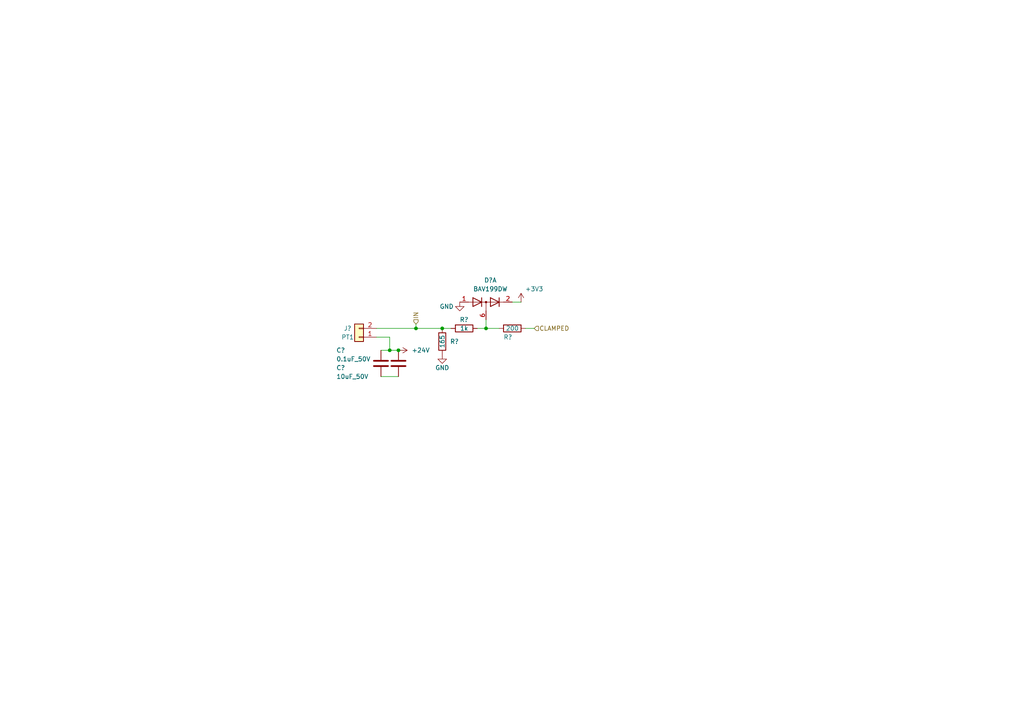
<source format=kicad_sch>
(kicad_sch (version 20231120) (generator "eeschema") (generator_version "8.0")
  (paper "A4")
  (title_block (title "Pressure Transducer Circuitry") (company "Queen's Rocket Engineering Team") (comment 1 "Jeevan Sanchez"))
  (lib_symbols
    (symbol "Connector_Generic:Conn_01x02" (pin_names (offset 1.016) hide)
      (property "Reference" "J" (at 0 2.54 0))
      (property "Value" "Conn_01x02" (at 0 -5.08 0))
      (symbol "Conn_01x02_1_1"
        (rectangle (start -1.27 -2.413) (end 0 -2.667) (stroke (width 0.1524)))
        (rectangle (start -1.27 0.127) (end 0 -0.127) (stroke (width 0.1524)))
        (rectangle (start -1.27 1.27) (end 1.27 -3.81) (stroke (width 0.254)) (fill (type background)))
        (pin passive line (at -5.08 0 0) (length 3.81) (name "Pin_1") (number "1"))
        (pin passive line (at -5.08 -2.54 0) (length 3.81) (name "Pin_2") (number "2"))
      )
    )
    (symbol "Device:C" (pin_numbers hide) (pin_names (offset 0.254))
      (property "Reference" "C" (at 0.635 2.54 0))
      (property "Value" "C" (at 0.635 -2.54 0))
      (symbol "C_0_1"
        (polyline (pts (xy -2.032 -0.762) (xy 2.032 -0.762)) (stroke (width 0.508)))
        (polyline (pts (xy -2.032 0.762) (xy 2.032 0.762)) (stroke (width 0.508)))
      )
      (symbol "C_1_1"
        (pin passive line (at 0 3.81 270) (length 2.794) (name "~") (number "1"))
        (pin passive line (at 0 -3.81 90) (length 2.794) (name "~") (number "2"))
      )
    )
    (symbol "Device:R" (pin_numbers hide) (pin_names (offset 0))
      (property "Reference" "R" (at 2.032 0 90))
      (property "Value" "R" (at 0 0 90))
      (symbol "R_0_1"
        (rectangle (start -1.016 -2.54) (end 1.016 2.54) (stroke (width 0.254)))
      )
      (symbol "R_1_1"
        (pin passive line (at 0 3.81 270) (length 1.27) (name "~") (number "1"))
        (pin passive line (at 0 -3.81 90) (length 1.27) (name "~") (number "2"))
      )
    )
    (symbol "Diode:BAV199DW" (pin_names (offset 0.0254) hide)
      (property "Reference" "D" (at 0 2.54 0))
      (property "Value" "BAV199DW" (at 0 5.08 0))
      (symbol "BAV199DW_0_1"
        (polyline (pts (xy -5.08 0) (xy 5.08 0)))
        (polyline (pts (xy 0 0) (xy 0 -2.54)))
        (polyline (pts (xy -1.27 -1.27) (xy -1.27 1.27) (xy -1.27 1.27)) (stroke (width 0.254)))
        (polyline (pts (xy 3.81 1.27) (xy 3.81 -1.27) (xy 3.81 -1.27)) (stroke (width 0.254)))
        (polyline (pts (xy -3.81 1.27) (xy -1.27 0) (xy -3.81 -1.27) (xy -3.81 1.27) (xy -3.81 1.27) (xy -3.81 1.27)) (stroke (width 0.254)))
        (polyline (pts (xy 1.27 1.27) (xy 3.81 0) (xy 1.27 -1.27) (xy 1.27 1.27) (xy 1.27 1.27) (xy 1.27 1.27)) (stroke (width 0.254)))
        (circle (center 0 0) (radius 0.254) (fill (type outline)))
      )
      (symbol "BAV199DW_1_1"
        (polyline (pts (xy 6.35 0) (xy 7.62 0)))
        (pin passive line (at -7.62 0 0) (length 2.54) (name "A1") (number "1"))
        (pin passive line (at 7.62 0 180) (length 2.54) (name "K2") (number "2"))
        (pin passive line (at 0 -5.08 90) (length 2.54) (name "K3A4") (number "6"))
      )
      (symbol "BAV199DW_2_1"
        (polyline (pts (xy 6.35 0) (xy 7.62 0)))
        (pin passive line (at 0 -5.08 90) (length 2.54) (name "K1A2") (number "3"))
        (pin passive line (at -7.62 0 0) (length 2.54) (name "A3") (number "4"))
        (pin passive line (at 7.62 0 180) (length 2.54) (name "K4") (number "5"))
      )
    )
    (symbol "power:+24V" (power) (pin_numbers hide) (pin_names (offset 0) hide)
      (property "Value" "+24V" (at 0 3.556 0))
      (symbol "+24V_0_1"
        (polyline (pts (xy -0.762 1.27) (xy 0 2.54)))
        (polyline (pts (xy 0 0) (xy 0 2.54)))
        (polyline (pts (xy 0 2.54) (xy 0.762 1.27)))
      )
      (symbol "+24V_1_1"
        (pin power_in line (at 0 0 90) (length 0) (name "~") (number "1"))
      )
    )
    (symbol "power:+3V3" (power) (pin_numbers hide) (pin_names (offset 0) hide)
      (property "Value" "+3V3" (at 0 3.556 0))
      (symbol "+3V3_0_1"
        (polyline (pts (xy -0.762 1.27) (xy 0 2.54)))
        (polyline (pts (xy 0 0) (xy 0 2.54)))
        (polyline (pts (xy 0 2.54) (xy 0.762 1.27)))
      )
      (symbol "+3V3_1_1"
        (pin power_in line (at 0 0 90) (length 0) (name "~") (number "1"))
      )
    )
    (symbol "power:GND" (power) (pin_numbers hide) (pin_names (offset 0) hide)
      (property "Value" "GND" (at 0 -3.81 0))
      (symbol "GND_0_1"
        (polyline (pts (xy 0 0) (xy 0 -1.27) (xy 1.27 -1.27) (xy 0 -2.54) (xy -1.27 -1.27) (xy 0 -1.27)))
      )
      (symbol "GND_1_1"
        (pin power_in line (at 0 0 270) (length 0) (name "~") (number "1"))
      )
    )
  )
  (junction (at 128.27 95.25))
  (junction (at 115.57 101.6))
  (junction (at 140.97 95.25))
  (junction (at 120.65 95.25))
  (junction (at 113.03 101.6))
  (wire (pts (xy 140.97 95.25) (xy 144.78 95.25)))
  (wire (pts (xy 110.49 109.22) (xy 115.57 109.22)))
  (wire (pts (xy 128.27 95.25) (xy 130.81 95.25)))
  (wire (pts (xy 120.65 95.25) (xy 128.27 95.25)))
  (wire (pts (xy 109.22 97.79) (xy 113.03 97.79)))
  (wire (pts (xy 152.4 95.25) (xy 154.94 95.25)))
  (wire (pts (xy 140.97 92.71) (xy 140.97 95.25)))
  (wire (pts (xy 120.65 93.98) (xy 120.65 95.25)))
  (wire (pts (xy 151.13 87.63) (xy 148.59 87.63)))
  (wire (pts (xy 113.03 97.79) (xy 113.03 101.6)))
  (wire (pts (xy 110.49 101.6) (xy 113.03 101.6)))
  (wire (pts (xy 138.43 95.25) (xy 140.97 95.25)))
  (wire (pts (xy 113.03 101.6) (xy 115.57 101.6)))
  (wire (pts (xy 109.22 95.25) (xy 120.65 95.25)))
  (hierarchical_label "CLAMPED" (shape input) (at 154.94 95.25 0))
  (hierarchical_label "IN" (shape input) (at 120.65 93.98 90))
  (symbol (lib_id "Device:R") (at 148.59 95.25 270) (unit 1)
    (property "Reference" "R?" (at 147.32 97.79 90))
    (property "Value" "200" (at 148.59 95.25 90))
    (property "Footprint" "Resistor_SMD:R_0603_1608Metric" (effects (hide yes)))
    (property "Description" "Resistor" (effects (hide yes)))
    (property "LCSC" "C8218" (effects (hide yes)))
  )
  (symbol (lib_id "Connector_Generic:Conn_01x02") (at 104.14 97.79 180) (unit 1)
    (property "Reference" "J?" (at 100.838 95.25 0))
    (property "Value" "PT1" (at 100.838 97.79 0))
    (property "Footprint" "CONNS:CONN02_530470260_MOL" (effects (hide yes)))
    (property "Datasheet" "${KIPRJMOD}/../../Datasheets/CONN-530470460.pdf" (effects (hide yes)))
    (property "Description" "Pressure Transducer" (effects (hide yes)))
    (property "Digikey" "900-0530470260-ND" (effects (hide yes)))
  )
  (symbol (lib_id "power:+3V3") (at 151.13 87.63 0) (unit 1)
    (property "Reference" "#PWR?" (effects (hide yes)))
    (property "Value" "+3V3" (at 154.94 83.82 0))
    (property "Description" "Power symbol creates a global label with name \"+3V3\"" (effects (hide yes)))
  )
  (symbol (lib_id "Device:R") (at 134.62 95.25 90) (unit 1)
    (property "Reference" "R?" (at 134.62 92.71 90))
    (property "Value" "1k" (at 134.62 95.25 90))
    (property "Footprint" "Resistor_SMD:R_1206_3216Metric_Pad1.30x1.75mm_HandSolder" (effects (hide yes)))
    (property "Description" "Resistor" (effects (hide yes)))
    (property "LCSC" "C4410" (effects (hide yes)))
  )
  (symbol (lib_id "power:GND") (at 128.27 102.87 0) (unit 1)
    (property "Reference" "#PWR?" (effects (hide yes)))
    (property "Value" "GND" (at 128.27 106.68 0))
    (property "Datasheet" "https://www.ti.com/lit/ds/symlink/drv5055.pdf?HQS=dis-dk-null-digikeymode-dsf-pf-null-wwe&ts=1641231273160" (effects (hide yes)))
    (property "Description" "Hall effect sensor." (effects (hide yes)))
  )
  (symbol (lib_id "Device:R") (at 128.27 99.06 180) (unit 1)
    (property "Reference" "R?" (at 131.826 99.06 0))
    (property "Value" "165" (at 128.27 99.06 90))
    (property "Footprint" "Resistor_SMD:R_0805_2012Metric_Pad1.20x1.40mm_HandSolder" (effects (hide yes)))
    (property "Description" "Resistor" (effects (hide yes)))
    (property "Digikey" "311-165CRCT-ND " (effects (hide yes)))
  )
  (symbol (lib_id "Diode:BAV199DW") (at 140.97 87.63 0) (unit 1)
    (property "Reference" "D?" (at 142.24 81.28 0))
    (property "Value" "BAV199DW" (at 142.24 83.82 0))
    (property "Footprint" "Package_TO_SOT_SMD:SOT-363_SC-70-6" (effects (hide yes)))
    (property "Datasheet" "${KIPRJMOD}/../../Datasheets/BAV199DW-ds30417.pdf" (effects (hide yes)))
    (property "Description" "Quad Surface Mount Low Leakage Diode, SOT-363" (effects (hide yes)))
    (property "LCSC" "C459846" (effects (hide yes)))
  )
  (symbol (lib_id "power:+24V") (at 115.57 101.6 270) (unit 1)
    (property "Reference" "#PWR?" (effects (hide yes)))
    (property "Value" "+24V" (at 119.38 101.5999 90) (effects (justify left)))
    (property "Description" "Power symbol creates a global label with name \"+24V\"" (effects (hide yes)))
  )
  (symbol (lib_id "power:GND") (at 133.35 87.63 0) (unit 1)
    (property "Reference" "#PWR?" (effects (hide yes)))
    (property "Value" "GND" (at 129.54 88.9 0))
    (property "Datasheet" "https://www.ti.com/lit/ds/symlink/drv5055.pdf?HQS=dis-dk-null-digikeymode-dsf-pf-null-wwe&ts=1641231273160" (effects (hide yes)))
    (property "Description" "Hall effect sensor." (effects (hide yes)))
  )
  (symbol (lib_id "Device:C") (at 110.49 105.41 0) (unit 1)
    (property "Reference" "C?" (at 97.536 101.6 0) (effects (justify left)))
    (property "Value" "0.1uF_50V" (at 97.536 104.14 0) (effects (justify left)))
    (property "Footprint" "Capacitor_SMD:C_0805_2012Metric" (effects (hide yes)))
    (property "Description" "Unpolarized capacitor" (effects (hide yes)))
  )
  (symbol (lib_id "Device:C") (at 115.57 105.41 0) (unit 1)
    (property "Reference" "C?" (at 97.536 106.68 0) (effects (justify left)))
    (property "Value" "10uF_50V" (at 97.536 109.22 0) (effects (justify left)))
    (property "Footprint" "Capacitor_SMD:C_1206_3216Metric" (effects (hide yes)))
    (property "Description" "Unpolarized capacitor" (effects (hide yes)))
  )
)
</source>
